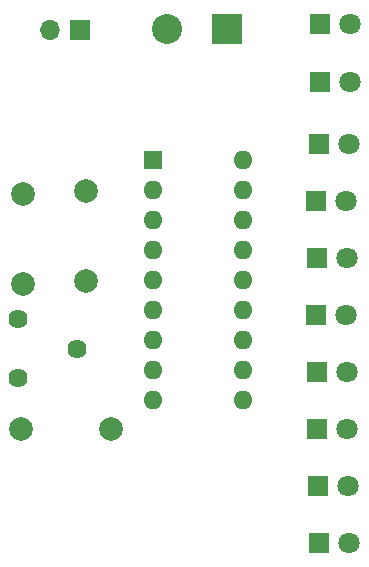
<source format=gbr>
%TF.GenerationSoftware,KiCad,Pcbnew,(5.1.6)-1*%
%TF.CreationDate,2020-09-07T11:54:29+05:30*%
%TF.ProjectId,LM3914,4c4d3339-3134-42e6-9b69-6361645f7063,rev?*%
%TF.SameCoordinates,Original*%
%TF.FileFunction,Copper,L1,Top*%
%TF.FilePolarity,Positive*%
%FSLAX46Y46*%
G04 Gerber Fmt 4.6, Leading zero omitted, Abs format (unit mm)*
G04 Created by KiCad (PCBNEW (5.1.6)-1) date 2020-09-07 11:54:29*
%MOMM*%
%LPD*%
G01*
G04 APERTURE LIST*
%TA.AperFunction,ComponentPad*%
%ADD10C,1.620000*%
%TD*%
%TA.AperFunction,ComponentPad*%
%ADD11R,1.800000X1.800000*%
%TD*%
%TA.AperFunction,ComponentPad*%
%ADD12C,1.800000*%
%TD*%
%TA.AperFunction,ComponentPad*%
%ADD13R,2.540000X2.540000*%
%TD*%
%TA.AperFunction,ComponentPad*%
%ADD14C,2.540000*%
%TD*%
%TA.AperFunction,ComponentPad*%
%ADD15R,1.600000X1.600000*%
%TD*%
%TA.AperFunction,ComponentPad*%
%ADD16O,1.600000X1.600000*%
%TD*%
%TA.AperFunction,ComponentPad*%
%ADD17R,1.700000X1.700000*%
%TD*%
%TA.AperFunction,ComponentPad*%
%ADD18O,1.700000X1.700000*%
%TD*%
%TA.AperFunction,ComponentPad*%
%ADD19C,1.998980*%
%TD*%
G04 APERTURE END LIST*
D10*
%TO.P,10k1,3*%
%TO.N,Net-(10k1-Pad3)*%
X157734000Y-118342400D03*
%TO.P,10k1,2*%
%TO.N,Net-(10k1-Pad2)*%
X162734000Y-120842400D03*
%TO.P,10k1,1*%
%TO.N,Net-(10k1-Pad1)*%
X157734000Y-123342400D03*
%TD*%
D11*
%TO.P,D1,1*%
%TO.N,Net-(D1-Pad1)*%
X183210200Y-137287000D03*
D12*
%TO.P,D1,2*%
%TO.N,Net-(D1-Pad2)*%
X185750200Y-137287000D03*
%TD*%
D11*
%TO.P,D2,1*%
%TO.N,Net-(D2-Pad1)*%
X183134000Y-132486400D03*
D12*
%TO.P,D2,2*%
%TO.N,Net-(D1-Pad2)*%
X185674000Y-132486400D03*
%TD*%
D11*
%TO.P,D3,1*%
%TO.N,Net-(D3-Pad1)*%
X182981600Y-127635000D03*
D12*
%TO.P,D3,2*%
%TO.N,Net-(D1-Pad2)*%
X185521600Y-127635000D03*
%TD*%
D11*
%TO.P,D4,1*%
%TO.N,Net-(D4-Pad1)*%
X183057800Y-122809000D03*
D12*
%TO.P,D4,2*%
%TO.N,Net-(D1-Pad2)*%
X185597800Y-122809000D03*
%TD*%
D11*
%TO.P,D5,1*%
%TO.N,Net-(D5-Pad1)*%
X182930800Y-117957600D03*
D12*
%TO.P,D5,2*%
%TO.N,Net-(D1-Pad2)*%
X185470800Y-117957600D03*
%TD*%
D11*
%TO.P,D6,1*%
%TO.N,Net-(D6-Pad1)*%
X182981600Y-113207800D03*
D12*
%TO.P,D6,2*%
%TO.N,Net-(D1-Pad2)*%
X185521600Y-113207800D03*
%TD*%
D11*
%TO.P,D7,1*%
%TO.N,Net-(D7-Pad1)*%
X182956200Y-108381800D03*
D12*
%TO.P,D7,2*%
%TO.N,Net-(D1-Pad2)*%
X185496200Y-108381800D03*
%TD*%
D11*
%TO.P,D8,1*%
%TO.N,Net-(D8-Pad1)*%
X183210200Y-103505000D03*
D12*
%TO.P,D8,2*%
%TO.N,Net-(D1-Pad2)*%
X185750200Y-103505000D03*
%TD*%
D11*
%TO.P,D9,1*%
%TO.N,Net-(D9-Pad1)*%
X183261000Y-98298000D03*
D12*
%TO.P,D9,2*%
%TO.N,Net-(D1-Pad2)*%
X185801000Y-98298000D03*
%TD*%
D11*
%TO.P,D10,1*%
%TO.N,Net-(D10-Pad1)*%
X183261000Y-93345000D03*
D12*
%TO.P,D10,2*%
%TO.N,Net-(D1-Pad2)*%
X185801000Y-93345000D03*
%TD*%
D13*
%TO.P,GND VCC,1*%
%TO.N,Net-(D1-Pad2)*%
X175361600Y-93776800D03*
D14*
%TO.P,GND VCC,2*%
%TO.N,Net-(10k1-Pad1)*%
X170281600Y-93776800D03*
%TD*%
D15*
%TO.P,IC1,1*%
%TO.N,Net-(D10-Pad1)*%
X169168201Y-104854200D03*
D16*
%TO.P,IC1,10*%
%TO.N,Net-(D1-Pad1)*%
X176788201Y-125174200D03*
%TO.P,IC1,2*%
%TO.N,Net-(10k1-Pad1)*%
X169168201Y-107394200D03*
%TO.P,IC1,11*%
%TO.N,Net-(D2-Pad1)*%
X176788201Y-122634200D03*
%TO.P,IC1,3*%
%TO.N,Net-(IC1-Pad3)*%
X169168201Y-109934200D03*
%TO.P,IC1,12*%
%TO.N,Net-(D3-Pad1)*%
X176788201Y-120094200D03*
%TO.P,IC1,4*%
%TO.N,Net-(IC1-Pad4)*%
X169168201Y-112474200D03*
%TO.P,IC1,13*%
%TO.N,Net-(D4-Pad1)*%
X176788201Y-117554200D03*
%TO.P,IC1,5*%
%TO.N,Net-(10k1-Pad2)*%
X169168201Y-115014200D03*
%TO.P,IC1,14*%
%TO.N,Net-(D5-Pad1)*%
X176788201Y-115014200D03*
%TO.P,IC1,6*%
%TO.N,Net-(IC1-Pad6)*%
X169168201Y-117554200D03*
%TO.P,IC1,15*%
%TO.N,Net-(D6-Pad1)*%
X176788201Y-112474200D03*
%TO.P,IC1,7*%
%TO.N,Net-(IC1-Pad6)*%
X169168201Y-120094200D03*
%TO.P,IC1,16*%
%TO.N,Net-(D7-Pad1)*%
X176788201Y-109934200D03*
%TO.P,IC1,8*%
%TO.N,Net-(10k1-Pad1)*%
X169168201Y-122634200D03*
%TO.P,IC1,17*%
%TO.N,Net-(D8-Pad1)*%
X176788201Y-107394200D03*
%TO.P,IC1,9*%
%TO.N,Net-(IC1-Pad9)*%
X169168201Y-125174200D03*
%TO.P,IC1,18*%
%TO.N,Net-(D9-Pad1)*%
X176788201Y-104854200D03*
%TD*%
D17*
%TO.P,JUMPER,1*%
%TO.N,Net-(D1-Pad2)*%
X162991800Y-93878400D03*
D18*
%TO.P,JUMPER,2*%
%TO.N,Net-(IC1-Pad9)*%
X160451800Y-93878400D03*
%TD*%
D19*
%TO.P,R1,1*%
%TO.N,Net-(IC1-Pad6)*%
X165557200Y-127635000D03*
%TO.P,R1,2*%
%TO.N,Net-(10k1-Pad1)*%
X157937200Y-127635000D03*
%TD*%
%TO.P,R2,1*%
%TO.N,Net-(IC1-Pad4)*%
X163499800Y-115112800D03*
%TO.P,R2,2*%
%TO.N,Net-(10k1-Pad1)*%
X163499800Y-107492800D03*
%TD*%
%TO.P,R3,1*%
%TO.N,Net-(10k1-Pad3)*%
X158089600Y-115366800D03*
%TO.P,R3,2*%
%TO.N,Net-(IC1-Pad3)*%
X158089600Y-107746800D03*
%TD*%
M02*

</source>
